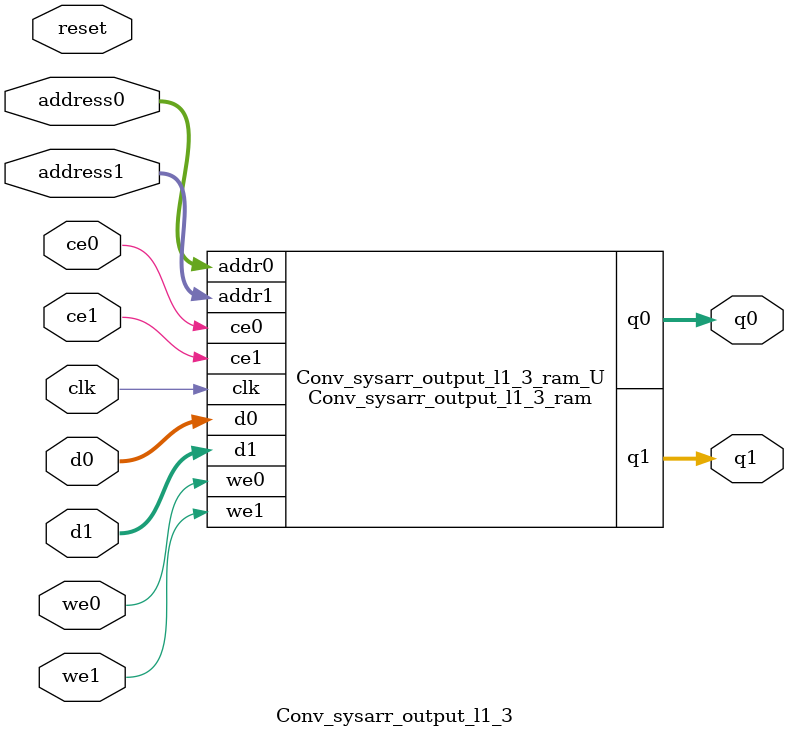
<source format=v>
`timescale 1 ns / 1 ps
module Conv_sysarr_output_l1_3_ram (addr0, ce0, d0, we0, q0, addr1, ce1, d1, we1, q1,  clk);

parameter DWIDTH = 32;
parameter AWIDTH = 9;
parameter MEM_SIZE = 512;

input[AWIDTH-1:0] addr0;
input ce0;
input[DWIDTH-1:0] d0;
input we0;
output reg[DWIDTH-1:0] q0;
input[AWIDTH-1:0] addr1;
input ce1;
input[DWIDTH-1:0] d1;
input we1;
output reg[DWIDTH-1:0] q1;
input clk;

(* ram_style = "block" *)reg [DWIDTH-1:0] ram[0:MEM_SIZE-1];




always @(posedge clk)  
begin 
    if (ce0) begin
        if (we0) 
            ram[addr0] <= d0; 
        q0 <= ram[addr0];
    end
end


always @(posedge clk)  
begin 
    if (ce1) begin
        if (we1) 
            ram[addr1] <= d1; 
        q1 <= ram[addr1];
    end
end


endmodule

`timescale 1 ns / 1 ps
module Conv_sysarr_output_l1_3(
    reset,
    clk,
    address0,
    ce0,
    we0,
    d0,
    q0,
    address1,
    ce1,
    we1,
    d1,
    q1);

parameter DataWidth = 32'd32;
parameter AddressRange = 32'd512;
parameter AddressWidth = 32'd9;
input reset;
input clk;
input[AddressWidth - 1:0] address0;
input ce0;
input we0;
input[DataWidth - 1:0] d0;
output[DataWidth - 1:0] q0;
input[AddressWidth - 1:0] address1;
input ce1;
input we1;
input[DataWidth - 1:0] d1;
output[DataWidth - 1:0] q1;



Conv_sysarr_output_l1_3_ram Conv_sysarr_output_l1_3_ram_U(
    .clk( clk ),
    .addr0( address0 ),
    .ce0( ce0 ),
    .we0( we0 ),
    .d0( d0 ),
    .q0( q0 ),
    .addr1( address1 ),
    .ce1( ce1 ),
    .we1( we1 ),
    .d1( d1 ),
    .q1( q1 ));

endmodule


</source>
